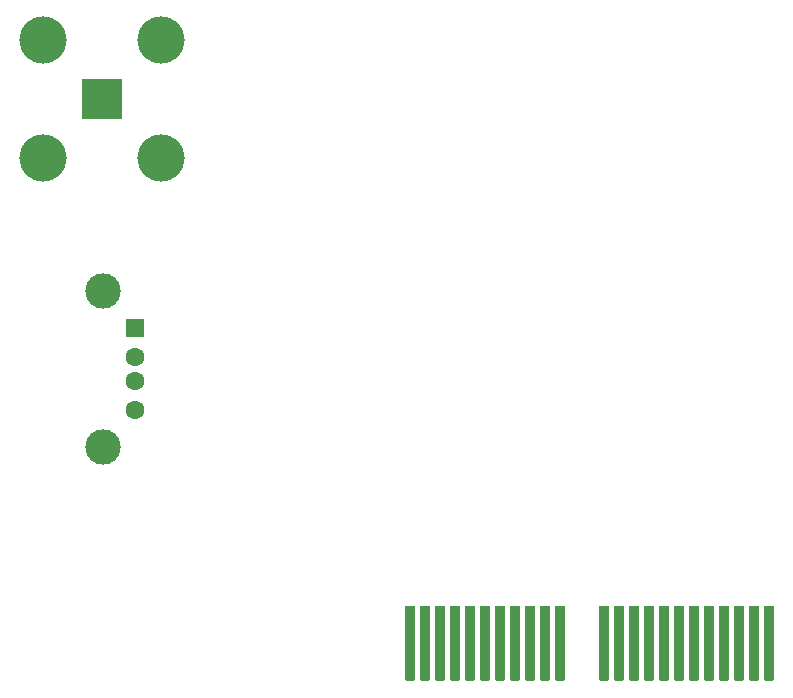
<source format=gbr>
%TF.GenerationSoftware,KiCad,Pcbnew,(6.0.1)*%
%TF.CreationDate,2022-07-23T18:56:36+02:00*%
%TF.ProjectId,amr_audio_card,616d725f-6175-4646-996f-5f636172642e,rev?*%
%TF.SameCoordinates,Original*%
%TF.FileFunction,Soldermask,Top*%
%TF.FilePolarity,Negative*%
%FSLAX46Y46*%
G04 Gerber Fmt 4.6, Leading zero omitted, Abs format (unit mm)*
G04 Created by KiCad (PCBNEW (6.0.1)) date 2022-07-23 18:56:36*
%MOMM*%
%LPD*%
G01*
G04 APERTURE LIST*
G04 Aperture macros list*
%AMOutline5P*
0 Free polygon, 5 corners , with rotation*
0 The origin of the aperture is its center*
0 number of corners: always 5*
0 $1 to $10 corner X, Y*
0 $11 Rotation angle, in degrees counterclockwise*
0 create outline with 5 corners*
4,1,5,$1,$2,$3,$4,$5,$6,$7,$8,$9,$10,$1,$2,$11*%
%AMOutline6P*
0 Free polygon, 6 corners , with rotation*
0 The origin of the aperture is its center*
0 number of corners: always 6*
0 $1 to $12 corner X, Y*
0 $13 Rotation angle, in degrees counterclockwise*
0 create outline with 6 corners*
4,1,6,$1,$2,$3,$4,$5,$6,$7,$8,$9,$10,$11,$12,$1,$2,$13*%
%AMOutline7P*
0 Free polygon, 7 corners , with rotation*
0 The origin of the aperture is its center*
0 number of corners: always 7*
0 $1 to $14 corner X, Y*
0 $15 Rotation angle, in degrees counterclockwise*
0 create outline with 7 corners*
4,1,7,$1,$2,$3,$4,$5,$6,$7,$8,$9,$10,$11,$12,$13,$14,$1,$2,$15*%
%AMOutline8P*
0 Free polygon, 8 corners , with rotation*
0 The origin of the aperture is its center*
0 number of corners: always 8*
0 $1 to $16 corner X, Y*
0 $17 Rotation angle, in degrees counterclockwise*
0 create outline with 8 corners*
4,1,8,$1,$2,$3,$4,$5,$6,$7,$8,$9,$10,$11,$12,$13,$14,$15,$16,$1,$2,$17*%
G04 Aperture macros list end*
%ADD10R,3.500000X3.500000*%
%ADD11C,4.000000*%
%ADD12Outline6P,-0.457200X3.175000X0.457200X3.175000X0.457200X-2.992120X0.274320X-3.175000X-0.274320X-3.175000X-0.457200X-2.992120X0.000000*%
%ADD13R,1.500000X1.600000*%
%ADD14C,1.600000*%
%ADD15C,3.000000*%
G04 APERTURE END LIST*
D10*
%TO.C,J1*%
X104140000Y-111760000D03*
D11*
X109165000Y-116785000D03*
X109165000Y-106735000D03*
X99115000Y-106735000D03*
X99115000Y-116785000D03*
%TD*%
D12*
%TO.C,U1*%
X130250000Y-157895000D03*
X131520000Y-157895000D03*
X132790000Y-157895000D03*
X134060000Y-157895000D03*
X135330000Y-157895000D03*
X136600000Y-157895000D03*
X137870000Y-157895000D03*
X139140000Y-157895000D03*
X140410000Y-157895000D03*
X141680000Y-157895000D03*
X142950000Y-157895000D03*
X146633000Y-157895000D03*
X147903000Y-157895000D03*
X149173000Y-157895000D03*
X150443000Y-157895000D03*
X151713000Y-157895000D03*
X152983000Y-157895000D03*
X154253000Y-157895000D03*
X155523000Y-157895000D03*
X156793000Y-157895000D03*
X158063000Y-157895000D03*
X159333000Y-157895000D03*
X160603000Y-157895000D03*
%TD*%
D13*
%TO.C,J2*%
X106960000Y-131120000D03*
D14*
X106960000Y-133620000D03*
X106960000Y-135620000D03*
X106960000Y-138120000D03*
D15*
X104250000Y-141190000D03*
X104250000Y-128050000D03*
%TD*%
M02*

</source>
